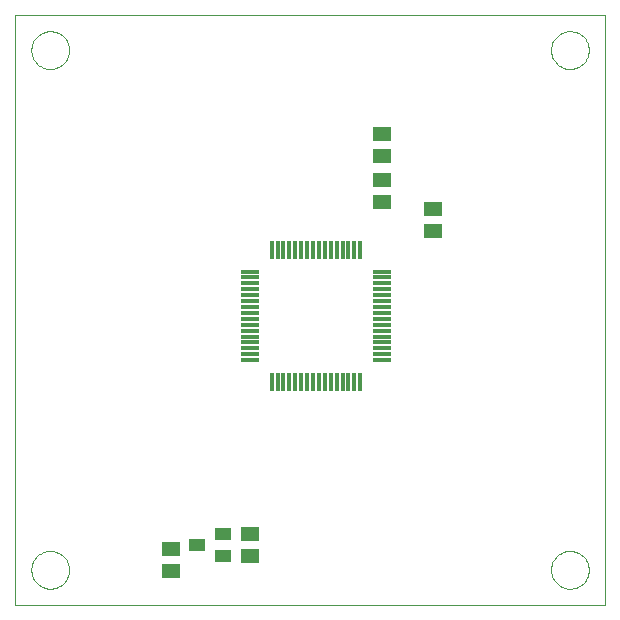
<source format=gtp>
G75*
G70*
%OFA0B0*%
%FSLAX24Y24*%
%IPPOS*%
%LPD*%
%AMOC8*
5,1,8,0,0,1.08239X$1,22.5*
%
%ADD10C,0.0000*%
%ADD11R,0.0630X0.0118*%
%ADD12R,0.0118X0.0630*%
%ADD13R,0.0591X0.0512*%
%ADD14R,0.0551X0.0394*%
D10*
X003295Y003295D02*
X022980Y003295D01*
X022980Y022980D01*
X003295Y022980D01*
X003295Y003295D01*
X003846Y004476D02*
X003848Y004526D01*
X003854Y004576D01*
X003864Y004625D01*
X003878Y004673D01*
X003895Y004720D01*
X003916Y004765D01*
X003941Y004809D01*
X003969Y004850D01*
X004001Y004889D01*
X004035Y004926D01*
X004072Y004960D01*
X004112Y004990D01*
X004154Y005017D01*
X004198Y005041D01*
X004244Y005062D01*
X004291Y005078D01*
X004339Y005091D01*
X004389Y005100D01*
X004438Y005105D01*
X004489Y005106D01*
X004539Y005103D01*
X004588Y005096D01*
X004637Y005085D01*
X004685Y005070D01*
X004731Y005052D01*
X004776Y005030D01*
X004819Y005004D01*
X004860Y004975D01*
X004899Y004943D01*
X004935Y004908D01*
X004967Y004870D01*
X004997Y004830D01*
X005024Y004787D01*
X005047Y004743D01*
X005066Y004697D01*
X005082Y004649D01*
X005094Y004600D01*
X005102Y004551D01*
X005106Y004501D01*
X005106Y004451D01*
X005102Y004401D01*
X005094Y004352D01*
X005082Y004303D01*
X005066Y004255D01*
X005047Y004209D01*
X005024Y004165D01*
X004997Y004122D01*
X004967Y004082D01*
X004935Y004044D01*
X004899Y004009D01*
X004860Y003977D01*
X004819Y003948D01*
X004776Y003922D01*
X004731Y003900D01*
X004685Y003882D01*
X004637Y003867D01*
X004588Y003856D01*
X004539Y003849D01*
X004489Y003846D01*
X004438Y003847D01*
X004389Y003852D01*
X004339Y003861D01*
X004291Y003874D01*
X004244Y003890D01*
X004198Y003911D01*
X004154Y003935D01*
X004112Y003962D01*
X004072Y003992D01*
X004035Y004026D01*
X004001Y004063D01*
X003969Y004102D01*
X003941Y004143D01*
X003916Y004187D01*
X003895Y004232D01*
X003878Y004279D01*
X003864Y004327D01*
X003854Y004376D01*
X003848Y004426D01*
X003846Y004476D01*
X003846Y021799D02*
X003848Y021849D01*
X003854Y021899D01*
X003864Y021948D01*
X003878Y021996D01*
X003895Y022043D01*
X003916Y022088D01*
X003941Y022132D01*
X003969Y022173D01*
X004001Y022212D01*
X004035Y022249D01*
X004072Y022283D01*
X004112Y022313D01*
X004154Y022340D01*
X004198Y022364D01*
X004244Y022385D01*
X004291Y022401D01*
X004339Y022414D01*
X004389Y022423D01*
X004438Y022428D01*
X004489Y022429D01*
X004539Y022426D01*
X004588Y022419D01*
X004637Y022408D01*
X004685Y022393D01*
X004731Y022375D01*
X004776Y022353D01*
X004819Y022327D01*
X004860Y022298D01*
X004899Y022266D01*
X004935Y022231D01*
X004967Y022193D01*
X004997Y022153D01*
X005024Y022110D01*
X005047Y022066D01*
X005066Y022020D01*
X005082Y021972D01*
X005094Y021923D01*
X005102Y021874D01*
X005106Y021824D01*
X005106Y021774D01*
X005102Y021724D01*
X005094Y021675D01*
X005082Y021626D01*
X005066Y021578D01*
X005047Y021532D01*
X005024Y021488D01*
X004997Y021445D01*
X004967Y021405D01*
X004935Y021367D01*
X004899Y021332D01*
X004860Y021300D01*
X004819Y021271D01*
X004776Y021245D01*
X004731Y021223D01*
X004685Y021205D01*
X004637Y021190D01*
X004588Y021179D01*
X004539Y021172D01*
X004489Y021169D01*
X004438Y021170D01*
X004389Y021175D01*
X004339Y021184D01*
X004291Y021197D01*
X004244Y021213D01*
X004198Y021234D01*
X004154Y021258D01*
X004112Y021285D01*
X004072Y021315D01*
X004035Y021349D01*
X004001Y021386D01*
X003969Y021425D01*
X003941Y021466D01*
X003916Y021510D01*
X003895Y021555D01*
X003878Y021602D01*
X003864Y021650D01*
X003854Y021699D01*
X003848Y021749D01*
X003846Y021799D01*
X021169Y021799D02*
X021171Y021849D01*
X021177Y021899D01*
X021187Y021948D01*
X021201Y021996D01*
X021218Y022043D01*
X021239Y022088D01*
X021264Y022132D01*
X021292Y022173D01*
X021324Y022212D01*
X021358Y022249D01*
X021395Y022283D01*
X021435Y022313D01*
X021477Y022340D01*
X021521Y022364D01*
X021567Y022385D01*
X021614Y022401D01*
X021662Y022414D01*
X021712Y022423D01*
X021761Y022428D01*
X021812Y022429D01*
X021862Y022426D01*
X021911Y022419D01*
X021960Y022408D01*
X022008Y022393D01*
X022054Y022375D01*
X022099Y022353D01*
X022142Y022327D01*
X022183Y022298D01*
X022222Y022266D01*
X022258Y022231D01*
X022290Y022193D01*
X022320Y022153D01*
X022347Y022110D01*
X022370Y022066D01*
X022389Y022020D01*
X022405Y021972D01*
X022417Y021923D01*
X022425Y021874D01*
X022429Y021824D01*
X022429Y021774D01*
X022425Y021724D01*
X022417Y021675D01*
X022405Y021626D01*
X022389Y021578D01*
X022370Y021532D01*
X022347Y021488D01*
X022320Y021445D01*
X022290Y021405D01*
X022258Y021367D01*
X022222Y021332D01*
X022183Y021300D01*
X022142Y021271D01*
X022099Y021245D01*
X022054Y021223D01*
X022008Y021205D01*
X021960Y021190D01*
X021911Y021179D01*
X021862Y021172D01*
X021812Y021169D01*
X021761Y021170D01*
X021712Y021175D01*
X021662Y021184D01*
X021614Y021197D01*
X021567Y021213D01*
X021521Y021234D01*
X021477Y021258D01*
X021435Y021285D01*
X021395Y021315D01*
X021358Y021349D01*
X021324Y021386D01*
X021292Y021425D01*
X021264Y021466D01*
X021239Y021510D01*
X021218Y021555D01*
X021201Y021602D01*
X021187Y021650D01*
X021177Y021699D01*
X021171Y021749D01*
X021169Y021799D01*
X021169Y004476D02*
X021171Y004526D01*
X021177Y004576D01*
X021187Y004625D01*
X021201Y004673D01*
X021218Y004720D01*
X021239Y004765D01*
X021264Y004809D01*
X021292Y004850D01*
X021324Y004889D01*
X021358Y004926D01*
X021395Y004960D01*
X021435Y004990D01*
X021477Y005017D01*
X021521Y005041D01*
X021567Y005062D01*
X021614Y005078D01*
X021662Y005091D01*
X021712Y005100D01*
X021761Y005105D01*
X021812Y005106D01*
X021862Y005103D01*
X021911Y005096D01*
X021960Y005085D01*
X022008Y005070D01*
X022054Y005052D01*
X022099Y005030D01*
X022142Y005004D01*
X022183Y004975D01*
X022222Y004943D01*
X022258Y004908D01*
X022290Y004870D01*
X022320Y004830D01*
X022347Y004787D01*
X022370Y004743D01*
X022389Y004697D01*
X022405Y004649D01*
X022417Y004600D01*
X022425Y004551D01*
X022429Y004501D01*
X022429Y004451D01*
X022425Y004401D01*
X022417Y004352D01*
X022405Y004303D01*
X022389Y004255D01*
X022370Y004209D01*
X022347Y004165D01*
X022320Y004122D01*
X022290Y004082D01*
X022258Y004044D01*
X022222Y004009D01*
X022183Y003977D01*
X022142Y003948D01*
X022099Y003922D01*
X022054Y003900D01*
X022008Y003882D01*
X021960Y003867D01*
X021911Y003856D01*
X021862Y003849D01*
X021812Y003846D01*
X021761Y003847D01*
X021712Y003852D01*
X021662Y003861D01*
X021614Y003874D01*
X021567Y003890D01*
X021521Y003911D01*
X021477Y003935D01*
X021435Y003962D01*
X021395Y003992D01*
X021358Y004026D01*
X021324Y004063D01*
X021292Y004102D01*
X021264Y004143D01*
X021239Y004187D01*
X021218Y004232D01*
X021201Y004279D01*
X021187Y004327D01*
X021177Y004376D01*
X021171Y004426D01*
X021169Y004476D01*
D11*
X015539Y011465D03*
X015539Y011661D03*
X015539Y011858D03*
X015539Y012055D03*
X015539Y012252D03*
X015539Y012449D03*
X015539Y012646D03*
X015539Y012843D03*
X015539Y013039D03*
X015539Y013236D03*
X015539Y013433D03*
X015539Y013630D03*
X015539Y013827D03*
X015539Y014024D03*
X015539Y014220D03*
X015539Y014417D03*
X011130Y014417D03*
X011130Y014220D03*
X011130Y014024D03*
X011130Y013827D03*
X011130Y013630D03*
X011130Y013433D03*
X011130Y013236D03*
X011130Y013039D03*
X011130Y012843D03*
X011130Y012646D03*
X011130Y012449D03*
X011130Y012252D03*
X011130Y012055D03*
X011130Y011858D03*
X011130Y011661D03*
X011130Y011465D03*
D12*
X011858Y010736D03*
X012055Y010736D03*
X012252Y010736D03*
X012449Y010736D03*
X012646Y010736D03*
X012843Y010736D03*
X013039Y010736D03*
X013236Y010736D03*
X013433Y010736D03*
X013630Y010736D03*
X013827Y010736D03*
X014024Y010736D03*
X014220Y010736D03*
X014417Y010736D03*
X014614Y010736D03*
X014811Y010736D03*
X014811Y015146D03*
X014614Y015146D03*
X014417Y015146D03*
X014220Y015146D03*
X014024Y015146D03*
X013827Y015146D03*
X013630Y015146D03*
X013433Y015146D03*
X013236Y015146D03*
X013039Y015146D03*
X012843Y015146D03*
X012646Y015146D03*
X012449Y015146D03*
X012252Y015146D03*
X012055Y015146D03*
X011858Y015146D03*
D13*
X015545Y016721D03*
X015545Y017469D03*
X015545Y018271D03*
X015545Y019019D03*
X017245Y016519D03*
X017245Y015771D03*
X011145Y005669D03*
X011145Y004921D03*
X008495Y005169D03*
X008495Y004421D03*
D14*
X009362Y005295D03*
X010228Y004921D03*
X010228Y005669D03*
M02*

</source>
